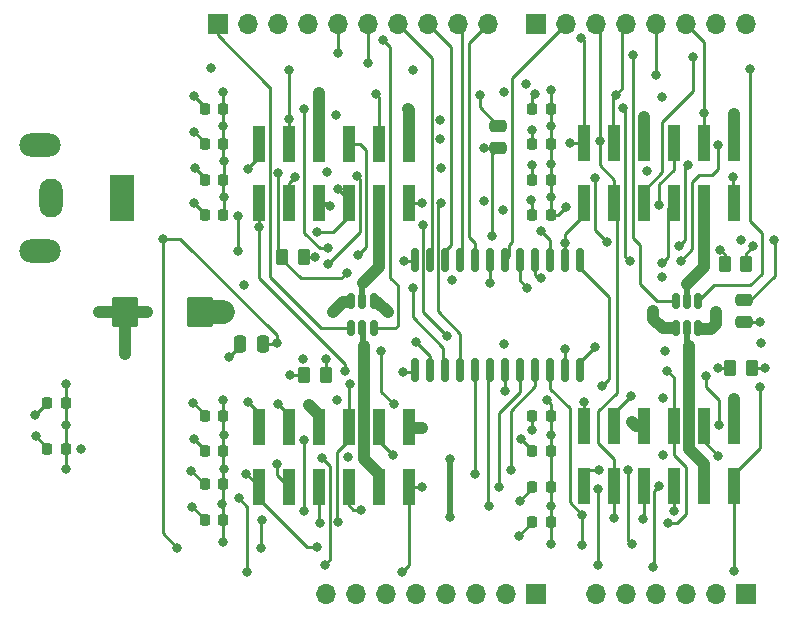
<source format=gbr>
%TF.GenerationSoftware,KiCad,Pcbnew,7.0.7*%
%TF.CreationDate,2024-06-03T14:36:37+02:00*%
%TF.ProjectId,control-board_v1,636f6e74-726f-46c2-9d62-6f6172645f76,rev?*%
%TF.SameCoordinates,Original*%
%TF.FileFunction,Copper,L1,Top*%
%TF.FilePolarity,Positive*%
%FSLAX46Y46*%
G04 Gerber Fmt 4.6, Leading zero omitted, Abs format (unit mm)*
G04 Created by KiCad (PCBNEW 7.0.7) date 2024-06-03 14:36:37*
%MOMM*%
%LPD*%
G01*
G04 APERTURE LIST*
G04 Aperture macros list*
%AMRoundRect*
0 Rectangle with rounded corners*
0 $1 Rounding radius*
0 $2 $3 $4 $5 $6 $7 $8 $9 X,Y pos of 4 corners*
0 Add a 4 corners polygon primitive as box body*
4,1,4,$2,$3,$4,$5,$6,$7,$8,$9,$2,$3,0*
0 Add four circle primitives for the rounded corners*
1,1,$1+$1,$2,$3*
1,1,$1+$1,$4,$5*
1,1,$1+$1,$6,$7*
1,1,$1+$1,$8,$9*
0 Add four rect primitives between the rounded corners*
20,1,$1+$1,$2,$3,$4,$5,0*
20,1,$1+$1,$4,$5,$6,$7,0*
20,1,$1+$1,$6,$7,$8,$9,0*
20,1,$1+$1,$8,$9,$2,$3,0*%
G04 Aperture macros list end*
%TA.AperFunction,SMDPad,CuDef*%
%ADD10RoundRect,0.218750X0.218750X0.256250X-0.218750X0.256250X-0.218750X-0.256250X0.218750X-0.256250X0*%
%TD*%
%TA.AperFunction,SMDPad,CuDef*%
%ADD11RoundRect,0.250000X0.262500X0.450000X-0.262500X0.450000X-0.262500X-0.450000X0.262500X-0.450000X0*%
%TD*%
%TA.AperFunction,SMDPad,CuDef*%
%ADD12RoundRect,0.250000X0.875000X1.025000X-0.875000X1.025000X-0.875000X-1.025000X0.875000X-1.025000X0*%
%TD*%
%TA.AperFunction,SMDPad,CuDef*%
%ADD13RoundRect,0.150000X-0.150000X0.512500X-0.150000X-0.512500X0.150000X-0.512500X0.150000X0.512500X0*%
%TD*%
%TA.AperFunction,SMDPad,CuDef*%
%ADD14R,1.000000X3.150000*%
%TD*%
%TA.AperFunction,SMDPad,CuDef*%
%ADD15RoundRect,0.250000X0.475000X-0.250000X0.475000X0.250000X-0.475000X0.250000X-0.475000X-0.250000X0*%
%TD*%
%TA.AperFunction,SMDPad,CuDef*%
%ADD16RoundRect,0.250000X0.250000X0.475000X-0.250000X0.475000X-0.250000X-0.475000X0.250000X-0.475000X0*%
%TD*%
%TA.AperFunction,SMDPad,CuDef*%
%ADD17RoundRect,0.150000X0.150000X-0.875000X0.150000X0.875000X-0.150000X0.875000X-0.150000X-0.875000X0*%
%TD*%
%TA.AperFunction,SMDPad,CuDef*%
%ADD18RoundRect,0.250000X-0.475000X0.250000X-0.475000X-0.250000X0.475000X-0.250000X0.475000X0.250000X0*%
%TD*%
%TA.AperFunction,ComponentPad*%
%ADD19R,2.000000X4.000000*%
%TD*%
%TA.AperFunction,ComponentPad*%
%ADD20O,2.000000X3.300000*%
%TD*%
%TA.AperFunction,ComponentPad*%
%ADD21O,3.500000X2.000000*%
%TD*%
%TA.AperFunction,SMDPad,CuDef*%
%ADD22RoundRect,0.250000X-0.262500X-0.450000X0.262500X-0.450000X0.262500X0.450000X-0.262500X0.450000X0*%
%TD*%
%TA.AperFunction,SMDPad,CuDef*%
%ADD23RoundRect,0.150000X0.150000X-0.512500X0.150000X0.512500X-0.150000X0.512500X-0.150000X-0.512500X0*%
%TD*%
%TA.AperFunction,ComponentPad*%
%ADD24R,1.700000X1.700000*%
%TD*%
%TA.AperFunction,ComponentPad*%
%ADD25O,1.700000X1.700000*%
%TD*%
%TA.AperFunction,ViaPad*%
%ADD26C,0.800000*%
%TD*%
%TA.AperFunction,Conductor*%
%ADD27C,0.250000*%
%TD*%
%TA.AperFunction,Conductor*%
%ADD28C,1.000000*%
%TD*%
%TA.AperFunction,Conductor*%
%ADD29C,2.000000*%
%TD*%
%TA.AperFunction,Conductor*%
%ADD30C,0.500000*%
%TD*%
G04 APERTURE END LIST*
D10*
%TO.P,D7,1,K*%
%TO.N,GND*%
X36117500Y-56780000D03*
%TO.P,D7,2,A*%
%TO.N,Net-(D7-A)*%
X34542500Y-56780000D03*
%TD*%
%TO.P,D2,1,K*%
%TO.N,GND*%
X36117500Y-31000000D03*
%TO.P,D2,2,A*%
%TO.N,Net-(D2-A)*%
X34542500Y-31000000D03*
%TD*%
D11*
%TO.P,R19,1*%
%TO.N,Net-(U4A--)*%
X42940000Y-37560000D03*
%TO.P,R19,2*%
%TO.N,GND*%
X41115000Y-37560000D03*
%TD*%
D10*
%TO.P,D3,1,K*%
%TO.N,GND*%
X36117500Y-25000000D03*
%TO.P,D3,2,A*%
%TO.N,Net-(D3-A)*%
X34542500Y-25000000D03*
%TD*%
%TO.P,D1,1,K*%
%TO.N,GND*%
X36117500Y-34000000D03*
%TO.P,D1,2,A*%
%TO.N,Net-(D1-A)*%
X34542500Y-34000000D03*
%TD*%
%TO.P,D6,1,K*%
%TO.N,GND*%
X36117500Y-54000000D03*
%TO.P,D6,2,A*%
%TO.N,Net-(D6-A)*%
X34542500Y-54000000D03*
%TD*%
%TO.P,D10,1,K*%
%TO.N,GND*%
X63837500Y-54000000D03*
%TO.P,D10,2,A*%
%TO.N,Net-(D10-A)*%
X62262500Y-54000000D03*
%TD*%
D11*
%TO.P,R21,1*%
%TO.N,Net-(U4B--)*%
X44772500Y-47560000D03*
%TO.P,R21,2*%
%TO.N,GND*%
X42947500Y-47560000D03*
%TD*%
D10*
%TO.P,D9,1,K*%
%TO.N,GND*%
X63837500Y-51000000D03*
%TO.P,D9,2,A*%
%TO.N,Net-(D9-A)*%
X62262500Y-51000000D03*
%TD*%
D12*
%TO.P,C1,1*%
%TO.N,+9V*%
X34170000Y-42210000D03*
%TO.P,C1,2*%
%TO.N,GND*%
X27770000Y-42210000D03*
%TD*%
D10*
%TO.P,D14,1,K*%
%TO.N,GND*%
X63837500Y-28000000D03*
%TO.P,D14,2,A*%
%TO.N,Net-(D14-A)*%
X62262500Y-28000000D03*
%TD*%
%TO.P,D16,1,K*%
%TO.N,GND*%
X63837500Y-34000000D03*
%TO.P,D16,2,A*%
%TO.N,Net-(D16-A)*%
X62262500Y-34000000D03*
%TD*%
D13*
%TO.P,Q10,1,G*%
%TO.N,H3-D18*%
X76310000Y-41302500D03*
%TO.P,Q10,2,S*%
%TO.N,4-Heater*%
X75360000Y-41302500D03*
%TO.P,Q10,3,G*%
%TO.N,H4-D19*%
X74410000Y-41302500D03*
%TO.P,Q10,4,D*%
%TO.N,+9V*%
X74410000Y-43577500D03*
%TO.P,Q10,5,S*%
%TO.N,3-Heater*%
X75360000Y-43577500D03*
%TO.P,Q10,6,D*%
%TO.N,+9V*%
X76310000Y-43577500D03*
%TD*%
D14*
%TO.P,J2,1,Pin_1*%
%TO.N,2-CS*%
X39130000Y-56990000D03*
%TO.P,J2,2,Pin_2*%
%TO.N,DIN*%
X39130000Y-51940000D03*
%TO.P,J2,3,Pin_3*%
%TO.N,~{RDY}*%
X41670000Y-56990000D03*
%TO.P,J2,4,Pin_4*%
%TO.N,~{RST}*%
X41670000Y-51940000D03*
%TO.P,J2,5,Pin_5*%
%TO.N,DOUT*%
X44210000Y-56990000D03*
%TO.P,J2,6,Pin_6*%
%TO.N,+3V3*%
X44210000Y-51940000D03*
%TO.P,J2,7,Pin_7*%
%TO.N,2-CS_T1*%
X46750000Y-56990000D03*
%TO.P,J2,8,Pin_8*%
%TO.N,2-CS_T2*%
X46750000Y-51940000D03*
%TO.P,J2,9,Pin_9*%
%TO.N,2-Heater*%
X49290000Y-56990000D03*
%TO.P,J2,10,Pin_10*%
%TO.N,CLK*%
X49290000Y-51940000D03*
%TO.P,J2,11,Pin_11*%
%TO.N,2-CS_T3*%
X51830000Y-56990000D03*
%TO.P,J2,12,Pin_12*%
%TO.N,2-GND*%
X51830000Y-51940000D03*
%TD*%
D10*
%TO.P,D15,1,K*%
%TO.N,GND*%
X63837500Y-31000000D03*
%TO.P,D15,2,A*%
%TO.N,Net-(D15-A)*%
X62262500Y-31000000D03*
%TD*%
D15*
%TO.P,C5,1*%
%TO.N,+5V*%
X59380000Y-28310000D03*
%TO.P,C5,2*%
%TO.N,GND*%
X59380000Y-26410000D03*
%TD*%
D16*
%TO.P,C7,1*%
%TO.N,+5V*%
X39470000Y-44870000D03*
%TO.P,C7,2*%
%TO.N,GND*%
X37570000Y-44870000D03*
%TD*%
D10*
%TO.P,D5,1,K*%
%TO.N,GND*%
X36117500Y-51000000D03*
%TO.P,D5,2,A*%
%TO.N,Net-(D5-A)*%
X34542500Y-51000000D03*
%TD*%
%TO.P,D12,1,K*%
%TO.N,GND*%
X63837500Y-60000000D03*
%TO.P,D12,2,A*%
%TO.N,Net-(D12-A)*%
X62262500Y-60000000D03*
%TD*%
D14*
%TO.P,J5,1,Pin_1*%
%TO.N,4-CS*%
X66630000Y-32940000D03*
%TO.P,J5,2,Pin_2*%
%TO.N,DIN*%
X66630000Y-27890000D03*
%TO.P,J5,3,Pin_3*%
%TO.N,~{RDY}*%
X69170000Y-32940000D03*
%TO.P,J5,4,Pin_4*%
%TO.N,~{RST}*%
X69170000Y-27890000D03*
%TO.P,J5,5,Pin_5*%
%TO.N,DOUT*%
X71710000Y-32940000D03*
%TO.P,J5,6,Pin_6*%
%TO.N,+3V3*%
X71710000Y-27890000D03*
%TO.P,J5,7,Pin_7*%
%TO.N,4-CS_T1*%
X74250000Y-32940000D03*
%TO.P,J5,8,Pin_8*%
%TO.N,4-CS_T2*%
X74250000Y-27890000D03*
%TO.P,J5,9,Pin_9*%
%TO.N,4-Heater*%
X76790000Y-32940000D03*
%TO.P,J5,10,Pin_10*%
%TO.N,CLK*%
X76790000Y-27890000D03*
%TO.P,J5,11,Pin_11*%
%TO.N,4-CS_T3*%
X79330000Y-32940000D03*
%TO.P,J5,12,Pin_12*%
%TO.N,4-GND*%
X79330000Y-27890000D03*
%TD*%
D10*
%TO.P,D11,1,K*%
%TO.N,GND*%
X63837500Y-57000000D03*
%TO.P,D11,2,A*%
%TO.N,Net-(D11-A)*%
X62262500Y-57000000D03*
%TD*%
%TO.P,D18,1,K*%
%TO.N,GND*%
X22780000Y-49891250D03*
%TO.P,D18,2,A*%
%TO.N,Net-(D18-A)*%
X21205000Y-49891250D03*
%TD*%
D17*
%TO.P,U1,1,~{Y0}*%
%TO.N,1-CS*%
X52360000Y-47090000D03*
%TO.P,U1,2,~{Y1}*%
%TO.N,1-CS_T1*%
X53630000Y-47090000D03*
%TO.P,U1,3,~{Y2}*%
%TO.N,1-CS_T2*%
X54900000Y-47090000D03*
%TO.P,U1,4,~{Y3}*%
%TO.N,1-CS_T3*%
X56170000Y-47090000D03*
%TO.P,U1,5,~{Y4}*%
%TO.N,2-CS*%
X57440000Y-47090000D03*
%TO.P,U1,6,~{Y5}*%
%TO.N,2-CS_T1*%
X58710000Y-47090000D03*
%TO.P,U1,7,~{Y6}*%
%TO.N,2-CS_T2*%
X59980000Y-47090000D03*
%TO.P,U1,8,~{Y7}*%
%TO.N,2-CS_T3*%
X61250000Y-47090000D03*
%TO.P,U1,9,~{Y8}*%
%TO.N,3-CS*%
X62520000Y-47090000D03*
%TO.P,U1,10,~{Y9}*%
%TO.N,3-CS_T1*%
X63790000Y-47090000D03*
%TO.P,U1,11,~{Y10}*%
%TO.N,3-CS_T2*%
X65060000Y-47090000D03*
%TO.P,U1,12,GND*%
%TO.N,GND*%
X66330000Y-47090000D03*
%TO.P,U1,13,~{Y11}*%
%TO.N,3-CS_T3*%
X66330000Y-37790000D03*
%TO.P,U1,14,~{Y12}*%
%TO.N,4-CS*%
X65060000Y-37790000D03*
%TO.P,U1,15,~{Y13}*%
%TO.N,4-CS_T1*%
X63790000Y-37790000D03*
%TO.P,U1,16,~{Y14}*%
%TO.N,4-CS_T2*%
X62520000Y-37790000D03*
%TO.P,U1,17,~{Y15}*%
%TO.N,4-CS_T3*%
X61250000Y-37790000D03*
%TO.P,U1,18,~{E1}*%
%TO.N,~{ENABLE}*%
X59980000Y-37790000D03*
%TO.P,U1,19,~{E2}*%
%TO.N,GND*%
X58710000Y-37790000D03*
%TO.P,U1,20,A3*%
%TO.N,S-D8*%
X57440000Y-37790000D03*
%TO.P,U1,21,A2*%
%TO.N,S-D9*%
X56170000Y-37790000D03*
%TO.P,U1,22,A1*%
%TO.N,S-D10*%
X54900000Y-37790000D03*
%TO.P,U1,23,A0*%
%TO.N,S-D11*%
X53630000Y-37790000D03*
%TO.P,U1,24,Vcc*%
%TO.N,+3V3*%
X52360000Y-37790000D03*
%TD*%
D18*
%TO.P,C3,1*%
%TO.N,+5V*%
X80200000Y-41170000D03*
%TO.P,C3,2*%
%TO.N,GND*%
X80200000Y-43070000D03*
%TD*%
D19*
%TO.P,J1,1*%
%TO.N,/9V_IN*%
X27570000Y-32560000D03*
D20*
%TO.P,J1,2*%
%TO.N,GND*%
X21570000Y-32560000D03*
D21*
%TO.P,J1,MP*%
%TO.N,N/C*%
X20570000Y-28060000D03*
X20570000Y-37060000D03*
%TD*%
D14*
%TO.P,J3,1,Pin_1*%
%TO.N,1-CS*%
X39130000Y-32990000D03*
%TO.P,J3,2,Pin_2*%
%TO.N,DIN*%
X39130000Y-27940000D03*
%TO.P,J3,3,Pin_3*%
%TO.N,~{RDY}*%
X41670000Y-32990000D03*
%TO.P,J3,4,Pin_4*%
%TO.N,~{RST}*%
X41670000Y-27940000D03*
%TO.P,J3,5,Pin_5*%
%TO.N,DOUT*%
X44210000Y-32990000D03*
%TO.P,J3,6,Pin_6*%
%TO.N,+3V3*%
X44210000Y-27940000D03*
%TO.P,J3,7,Pin_7*%
%TO.N,1-CS_T1*%
X46750000Y-32990000D03*
%TO.P,J3,8,Pin_8*%
%TO.N,1-CS_T2*%
X46750000Y-27940000D03*
%TO.P,J3,9,Pin_9*%
%TO.N,1-Heater*%
X49290000Y-32990000D03*
%TO.P,J3,10,Pin_10*%
%TO.N,CLK*%
X49290000Y-27940000D03*
%TO.P,J3,11,Pin_11*%
%TO.N,1-CS_T3*%
X51830000Y-32990000D03*
%TO.P,J3,12,Pin_12*%
%TO.N,1-GND*%
X51830000Y-27940000D03*
%TD*%
D22*
%TO.P,R25,1*%
%TO.N,Net-(U6B--)*%
X78557500Y-38120000D03*
%TO.P,R25,2*%
%TO.N,GND*%
X80382500Y-38120000D03*
%TD*%
D10*
%TO.P,D4,1,K*%
%TO.N,GND*%
X36117500Y-28000000D03*
%TO.P,D4,2,A*%
%TO.N,Net-(D4-A)*%
X34542500Y-28000000D03*
%TD*%
%TO.P,D13,1,K*%
%TO.N,GND*%
X63837500Y-25000000D03*
%TO.P,D13,2,A*%
%TO.N,Net-(D13-A)*%
X62262500Y-25000000D03*
%TD*%
D22*
%TO.P,R26,1*%
%TO.N,Net-(U6A--)*%
X79027500Y-46920000D03*
%TO.P,R26,2*%
%TO.N,GND*%
X80852500Y-46920000D03*
%TD*%
D10*
%TO.P,D17,1,K*%
%TO.N,GND*%
X22780000Y-53831250D03*
%TO.P,D17,2,A*%
%TO.N,Net-(D17-A)*%
X21205000Y-53831250D03*
%TD*%
D14*
%TO.P,J4,1,Pin_1*%
%TO.N,3-CS*%
X66630000Y-56940000D03*
%TO.P,J4,2,Pin_2*%
%TO.N,DIN*%
X66630000Y-51890000D03*
%TO.P,J4,3,Pin_3*%
%TO.N,~{RDY}*%
X69170000Y-56940000D03*
%TO.P,J4,4,Pin_4*%
%TO.N,~{RST}*%
X69170000Y-51890000D03*
%TO.P,J4,5,Pin_5*%
%TO.N,DOUT*%
X71710000Y-56940000D03*
%TO.P,J4,6,Pin_6*%
%TO.N,+3V3*%
X71710000Y-51890000D03*
%TO.P,J4,7,Pin_7*%
%TO.N,3-CS_T1*%
X74250000Y-56940000D03*
%TO.P,J4,8,Pin_8*%
%TO.N,3-CS_T2*%
X74250000Y-51890000D03*
%TO.P,J4,9,Pin_9*%
%TO.N,3-Heater*%
X76790000Y-56940000D03*
%TO.P,J4,10,Pin_10*%
%TO.N,CLK*%
X76790000Y-51890000D03*
%TO.P,J4,11,Pin_11*%
%TO.N,3-CS_T3*%
X79330000Y-56940000D03*
%TO.P,J4,12,Pin_12*%
%TO.N,3-GND*%
X79330000Y-51890000D03*
%TD*%
D10*
%TO.P,D8,1,K*%
%TO.N,GND*%
X36117500Y-59780000D03*
%TO.P,D8,2,A*%
%TO.N,Net-(D8-A)*%
X34542500Y-59780000D03*
%TD*%
D23*
%TO.P,Q9,1,G*%
%TO.N,H1-D12*%
X46940000Y-43577500D03*
%TO.P,Q9,2,S*%
%TO.N,2-Heater*%
X47890000Y-43577500D03*
%TO.P,Q9,3,G*%
%TO.N,H2-D13*%
X48840000Y-43577500D03*
%TO.P,Q9,4,D*%
%TO.N,+9V*%
X48840000Y-41302500D03*
%TO.P,Q9,5,S*%
%TO.N,1-Heater*%
X47890000Y-41302500D03*
%TO.P,Q9,6,D*%
%TO.N,+9V*%
X46940000Y-41302500D03*
%TD*%
D24*
%TO.P,J8,1,Pin_1*%
%TO.N,H1-D12*%
X35650000Y-17840000D03*
D25*
%TO.P,J8,2,Pin_2*%
%TO.N,H2-D13*%
X38190000Y-17840000D03*
%TO.P,J8,3,Pin_3*%
%TO.N,AREF*%
X40730000Y-17840000D03*
%TO.P,J8,4,Pin_4*%
%TO.N,GND*%
X43270000Y-17840000D03*
%TO.P,J8,5,Pin_5*%
%TO.N,H4-D19*%
X45810000Y-17840000D03*
%TO.P,J8,6,Pin_6*%
%TO.N,H3-D18*%
X48350000Y-17840000D03*
%TO.P,J8,7,Pin_7*%
%TO.N,S-D11*%
X50890000Y-17840000D03*
%TO.P,J8,8,Pin_8*%
%TO.N,S-D10*%
X53430000Y-17840000D03*
%TO.P,J8,9,Pin_9*%
%TO.N,S-D9*%
X55970000Y-17840000D03*
%TO.P,J8,10,Pin_10*%
%TO.N,S-D8*%
X58510000Y-17840000D03*
%TD*%
D24*
%TO.P,J7,1,Pin_1*%
%TO.N,A5*%
X80350000Y-66090000D03*
D25*
%TO.P,J7,2,Pin_2*%
%TO.N,A4*%
X77810000Y-66090000D03*
%TO.P,J7,3,Pin_3*%
%TO.N,A3*%
X75270000Y-66090000D03*
%TO.P,J7,4,Pin_4*%
%TO.N,A2*%
X72730000Y-66090000D03*
%TO.P,J7,5,Pin_5*%
%TO.N,A1*%
X70190000Y-66090000D03*
%TO.P,J7,6,Pin_6*%
%TO.N,A0*%
X67650000Y-66090000D03*
%TD*%
D24*
%TO.P,J6,1,Pin_1*%
%TO.N,Vin*%
X62570000Y-66090000D03*
D25*
%TO.P,J6,2,Pin_2*%
%TO.N,GND*%
X60030000Y-66090000D03*
%TO.P,J6,3,Pin_3*%
X57490000Y-66090000D03*
%TO.P,J6,4,Pin_4*%
%TO.N,+5V*%
X54950000Y-66090000D03*
%TO.P,J6,5,Pin_5*%
%TO.N,+3V3*%
X52410000Y-66090000D03*
%TO.P,J6,6,Pin_6*%
%TO.N,Reset*%
X49870000Y-66090000D03*
%TO.P,J6,7,Pin_7*%
%TO.N,IOREF*%
X47330000Y-66090000D03*
%TO.P,J6,8,Pin_8*%
%TO.N,unconnected-(J6-Pin_8-Pad8)*%
X44790000Y-66090000D03*
%TD*%
D24*
%TO.P,J9,1,Pin_1*%
%TO.N,D7*%
X62570000Y-17840000D03*
D25*
%TO.P,J9,2,Pin_2*%
%TO.N,~{ENABLE}*%
X65110000Y-17840000D03*
%TO.P,J9,3,Pin_3*%
%TO.N,~{RDY}*%
X67650000Y-17840000D03*
%TO.P,J9,4,Pin_4*%
%TO.N,~{RST}*%
X70190000Y-17840000D03*
%TO.P,J9,5,Pin_5*%
%TO.N,CS*%
X72730000Y-17840000D03*
%TO.P,J9,6,Pin_6*%
%TO.N,CLK*%
X75270000Y-17840000D03*
%TO.P,J9,7,Pin_7*%
%TO.N,DIN*%
X77810000Y-17840000D03*
%TO.P,J9,8,Pin_8*%
%TO.N,DOUT*%
X80350000Y-17840000D03*
%TD*%
D26*
%TO.N,+9V*%
X45400000Y-42180000D03*
X36070000Y-42170000D03*
X50020000Y-42180000D03*
X77860000Y-42200000D03*
X72540000Y-42140000D03*
%TO.N,GND*%
X57840000Y-23800000D03*
X73330000Y-54320000D03*
X36120000Y-23590000D03*
X81550000Y-43080000D03*
X36160000Y-52620000D03*
X22762500Y-55471250D03*
X73480000Y-45470000D03*
X36130000Y-61660000D03*
X45760000Y-49620000D03*
X36140000Y-29430000D03*
X67590000Y-45190000D03*
X22782500Y-48301250D03*
X36140000Y-55460000D03*
X46650000Y-54510000D03*
X63830000Y-58650000D03*
X73270000Y-24010000D03*
X63840000Y-26430000D03*
X45620000Y-25530000D03*
X40760000Y-30460000D03*
X63840000Y-29690000D03*
X63840000Y-52580000D03*
X36020000Y-58430000D03*
X41730000Y-47550000D03*
X63850000Y-61830000D03*
X58670000Y-39760000D03*
X27780000Y-45750000D03*
X65140000Y-33330000D03*
X63500000Y-49640000D03*
X63870000Y-32450000D03*
X55500000Y-39490000D03*
X44900000Y-30340000D03*
X36120000Y-26450000D03*
X29620000Y-42220000D03*
X46580000Y-38860000D03*
X36170000Y-32460000D03*
X25600000Y-42210000D03*
X63840000Y-23420000D03*
X73320000Y-49520000D03*
X55280000Y-59580000D03*
X22792500Y-51781250D03*
X55320000Y-54620000D03*
X80995500Y-36640000D03*
X36120000Y-49610000D03*
X36630000Y-45980000D03*
X72010000Y-30280000D03*
X82000000Y-46920000D03*
%TO.N,+5V*%
X31000000Y-35990000D03*
X32210000Y-62150000D03*
X58164500Y-28310000D03*
X40650000Y-44840000D03*
X58900000Y-35750000D03*
X82750000Y-36090000D03*
%TO.N,Net-(D1-A)*%
X33610000Y-32990000D03*
%TO.N,Net-(D2-A)*%
X33700000Y-29980000D03*
%TO.N,Net-(D3-A)*%
X33620000Y-23920000D03*
%TO.N,Net-(D4-A)*%
X33620000Y-26920000D03*
%TO.N,Net-(D5-A)*%
X33540000Y-49870000D03*
%TO.N,Net-(D6-A)*%
X33610000Y-52930000D03*
%TO.N,Net-(D7-A)*%
X33420000Y-55640000D03*
%TO.N,Net-(D8-A)*%
X33490000Y-58710000D03*
%TO.N,Net-(D9-A)*%
X62290000Y-52210000D03*
%TO.N,H2-D13*%
X49630000Y-19140000D03*
%TO.N,Net-(D10-A)*%
X61340000Y-52980000D03*
%TO.N,H3-D18*%
X48350000Y-21120000D03*
X80690000Y-21630000D03*
%TO.N,Net-(D11-A)*%
X61210000Y-58160000D03*
%TO.N,H4-D19*%
X70790000Y-20440000D03*
X45810000Y-20270000D03*
%TO.N,Net-(D12-A)*%
X61120000Y-61130000D03*
%TO.N,CS*%
X72730000Y-22140000D03*
%TO.N,Net-(D13-A)*%
X62530000Y-23770000D03*
%TO.N,Net-(D14-A)*%
X62250000Y-26820000D03*
%TO.N,Net-(D15-A)*%
X62270000Y-29780000D03*
%TO.N,Net-(Q1A-D)*%
X37400000Y-34060000D03*
X37390000Y-37070000D03*
%TO.N,Net-(D16-A)*%
X62190000Y-32750000D03*
%TO.N,Net-(D17-A)*%
X20222500Y-52701250D03*
%TO.N,Net-(D18-A)*%
X20162500Y-50921250D03*
%TO.N,2-CS*%
X38040000Y-55950000D03*
X44030000Y-62070000D03*
X57420000Y-55940000D03*
%TO.N,DIN*%
X65510000Y-27900000D03*
X66400000Y-18960000D03*
X38220000Y-49820000D03*
X54474500Y-27590000D03*
X66620000Y-49840000D03*
X38170000Y-30060000D03*
%TO.N,~{RDY}*%
X69190000Y-59620000D03*
X42180000Y-30770000D03*
X40700000Y-55100000D03*
X67970000Y-27750000D03*
%TO.N,~{RST}*%
X41660000Y-21720000D03*
X69330000Y-23790000D03*
X41670000Y-25860000D03*
X70620000Y-49320000D03*
X40730000Y-49990000D03*
%TO.N,DOUT*%
X44270000Y-60030000D03*
X54540000Y-30010000D03*
X75870000Y-20580000D03*
X54474500Y-25980000D03*
X45150000Y-33250000D03*
X71690000Y-59730000D03*
%TO.N,+3V3*%
X51440000Y-37870000D03*
X70710000Y-51520000D03*
X43350000Y-50050000D03*
X44210000Y-23650000D03*
X71710000Y-25650000D03*
X24092500Y-53821250D03*
%TO.N,2-CS_T1*%
X39400000Y-59820000D03*
X58600000Y-58650000D03*
X47790000Y-58920000D03*
X39300000Y-62170000D03*
%TO.N,2-CS_T2*%
X46820000Y-48280000D03*
X45870000Y-59990000D03*
X59970000Y-48850000D03*
%TO.N,CLK*%
X52140000Y-21704500D03*
X49020000Y-23770000D03*
X78030000Y-54360000D03*
X76790000Y-25380000D03*
X50510000Y-54310000D03*
%TO.N,2-CS_T3*%
X51240000Y-64170000D03*
X52920000Y-56990000D03*
X59480000Y-56990000D03*
%TO.N,1-CS*%
X39140000Y-35040000D03*
X51300000Y-47260000D03*
X46420000Y-47220000D03*
%TO.N,1-CS_T1*%
X55080000Y-44250000D03*
X52460000Y-44750000D03*
X53005000Y-34815500D03*
X44060000Y-35430000D03*
X45797299Y-31792701D03*
%TO.N,1-CS_T2*%
X47530000Y-37390000D03*
X52150000Y-40160000D03*
%TO.N,1-CS_T3*%
X54520000Y-32970000D03*
X52905500Y-32980000D03*
%TO.N,3-CS*%
X70420000Y-55550000D03*
X67890000Y-55590000D03*
X60440000Y-55570000D03*
X70700000Y-61880000D03*
%TO.N,3-CS_T1*%
X66470000Y-61960000D03*
X66490000Y-59370000D03*
X74250000Y-59020000D03*
%TO.N,3-CS_T2*%
X65050000Y-45350000D03*
X73680000Y-47170000D03*
X73800000Y-60090000D03*
%TO.N,3-CS_T3*%
X79330000Y-64150000D03*
X81520000Y-48550000D03*
X68210000Y-48440000D03*
%TO.N,4-CS*%
X65060000Y-36330000D03*
%TO.N,4-CS_T1*%
X73240000Y-38060000D03*
X63030000Y-35370000D03*
%TO.N,4-CS_T2*%
X73250000Y-39210000D03*
X63010000Y-39300000D03*
X73000000Y-33100000D03*
%TO.N,4-CS_T3*%
X61870000Y-40140000D03*
X75420000Y-29780000D03*
X79310000Y-30790000D03*
X74740000Y-36570000D03*
%TO.N,Net-(Q2B-D)*%
X42930000Y-25010000D03*
X44950000Y-36820000D03*
%TO.N,Net-(Q3B-D)*%
X42920000Y-59080000D03*
X42920000Y-53040000D03*
%TO.N,Net-(Q3A-D)*%
X44440000Y-54550000D03*
X44690000Y-63600000D03*
%TO.N,Net-(Q4B-D)*%
X37410000Y-57950000D03*
X38140000Y-64220000D03*
%TO.N,Net-(Q5A-D)*%
X72970000Y-56960000D03*
X72460000Y-63780000D03*
%TO.N,Net-(Q6B-D)*%
X67880000Y-57180000D03*
X67880000Y-63580000D03*
%TO.N,Net-(Q7A-D)*%
X69970000Y-24960000D03*
X70550000Y-37920000D03*
%TO.N,Net-(Q8B-D)*%
X67600000Y-30870000D03*
X68600000Y-36255500D03*
%TO.N,Net-(U4A--)*%
X43890000Y-37500000D03*
%TO.N,/current-sensing/V_{h1}*%
X59865500Y-23560000D03*
X35090000Y-21510000D03*
X37880000Y-39910000D03*
%TO.N,Net-(U4B--)*%
X44790000Y-46190000D03*
%TO.N,/current-sensing/V_{h2}*%
X42870000Y-46160000D03*
X61720000Y-22920000D03*
X59900000Y-44870000D03*
%TO.N,Net-(U6B--)*%
X78180000Y-36924500D03*
%TO.N,Net-(U6A--)*%
X77990000Y-46940000D03*
%TO.N,/current-sensing/V_{h4}*%
X59790000Y-33560000D03*
X79980000Y-36080000D03*
%TO.N,/current-sensing/V_{h3}*%
X81640000Y-44780000D03*
X58164500Y-32780000D03*
%TO.N,2-GND*%
X49500000Y-45510000D03*
X50530000Y-50010000D03*
X52980000Y-52000000D03*
%TO.N,1-GND*%
X51780000Y-25020000D03*
X47430000Y-30720000D03*
X45000000Y-38120000D03*
%TO.N,3-GND*%
X79330000Y-49530000D03*
X78060000Y-51800000D03*
X76950000Y-47640000D03*
%TO.N,4-GND*%
X79320000Y-25400000D03*
X74840000Y-37840000D03*
X77980000Y-28060000D03*
%TD*%
D27*
%TO.N,~{RDY}*%
X67970000Y-18160000D02*
X67970000Y-29780000D01*
X67970000Y-29780000D02*
X69170000Y-30980000D01*
X69170000Y-30980000D02*
X69170000Y-32940000D01*
%TO.N,~{RST}*%
X69330000Y-23790000D02*
X69150000Y-23970000D01*
X69150000Y-27870000D02*
X69170000Y-27890000D01*
X69150000Y-23970000D02*
X69150000Y-27870000D01*
X69890000Y-23230000D02*
X69890000Y-18140000D01*
X69330000Y-23790000D02*
X69890000Y-23230000D01*
X69890000Y-18140000D02*
X70190000Y-17840000D01*
D28*
%TO.N,+9V*%
X45400000Y-42180000D02*
X46220000Y-41360000D01*
D29*
X36030000Y-42210000D02*
X34170000Y-42210000D01*
D28*
X74070000Y-43577500D02*
X73307500Y-43577500D01*
D29*
X36070000Y-42170000D02*
X36030000Y-42210000D01*
D28*
X46220000Y-41360000D02*
X46600000Y-41360000D01*
X50020000Y-42180000D02*
X49150000Y-41310000D01*
X77850000Y-42210000D02*
X77860000Y-42200000D01*
X76620000Y-43640000D02*
X77420000Y-43640000D01*
X73307500Y-43577500D02*
X72540000Y-42810000D01*
X72540000Y-42810000D02*
X72540000Y-42140000D01*
X77420000Y-43640000D02*
X77850000Y-43210000D01*
X77850000Y-43210000D02*
X77850000Y-42210000D01*
D27*
%TO.N,GND*%
X22780000Y-49891250D02*
X22780000Y-48303750D01*
X36117500Y-51000000D02*
X36117500Y-49612500D01*
X36117500Y-59780000D02*
X36117500Y-58527500D01*
X36117500Y-55482500D02*
X36140000Y-55460000D01*
X63837500Y-29687500D02*
X63840000Y-29690000D01*
X63837500Y-51000000D02*
X63837500Y-49977500D01*
X36117500Y-56780000D02*
X36117500Y-55482500D01*
X63837500Y-57000000D02*
X63837500Y-54000000D01*
X36140000Y-29430000D02*
X36140000Y-30977500D01*
X36140000Y-30977500D02*
X36117500Y-31000000D01*
X63837500Y-61817500D02*
X63850000Y-61830000D01*
X63837500Y-31000000D02*
X63837500Y-29692500D01*
X63837500Y-28000000D02*
X63837500Y-26432500D01*
X63837500Y-34000000D02*
X64470000Y-34000000D01*
X36117500Y-51000000D02*
X36117500Y-52577500D01*
D28*
X29610000Y-42210000D02*
X29620000Y-42220000D01*
D27*
X36170000Y-32460000D02*
X36170000Y-33947500D01*
X80382500Y-37253000D02*
X80995500Y-36640000D01*
X36117500Y-25000000D02*
X36117500Y-23592500D01*
D28*
X27770000Y-42210000D02*
X29610000Y-42210000D01*
D27*
X81540000Y-43070000D02*
X81550000Y-43080000D01*
X41115000Y-37560000D02*
X41115000Y-37775000D01*
X63837500Y-51000000D02*
X63837500Y-52577500D01*
X42690000Y-39350000D02*
X46090000Y-39350000D01*
X36117500Y-31000000D02*
X36117500Y-32407500D01*
X36117500Y-56780000D02*
X36117500Y-58332500D01*
D28*
X25600000Y-42210000D02*
X27770000Y-42210000D01*
D27*
X36117500Y-25000000D02*
X36117500Y-26447500D01*
X37570000Y-45040000D02*
X36630000Y-45980000D01*
X22792500Y-51781250D02*
X22780000Y-51793750D01*
X63837500Y-29692500D02*
X63840000Y-29690000D01*
X36117500Y-54000000D02*
X36117500Y-52662500D01*
X36117500Y-28000000D02*
X36117500Y-26452500D01*
X36117500Y-54000000D02*
X36117500Y-55437500D01*
X36117500Y-55437500D02*
X36140000Y-55460000D01*
X41115000Y-37560000D02*
X40710000Y-37155000D01*
X36170000Y-33947500D02*
X36117500Y-34000000D01*
X22780000Y-51793750D02*
X22780000Y-53831250D01*
X36117500Y-29407500D02*
X36140000Y-29430000D01*
X63837500Y-26432500D02*
X63840000Y-26430000D01*
X46090000Y-39350000D02*
X46580000Y-38860000D01*
X63837500Y-58657500D02*
X63830000Y-58650000D01*
X63837500Y-49977500D02*
X63500000Y-49640000D01*
D30*
X55320000Y-54620000D02*
X55320000Y-59540000D01*
D27*
X36117500Y-26447500D02*
X36120000Y-26450000D01*
X63837500Y-60000000D02*
X63837500Y-61817500D01*
X36117500Y-49612500D02*
X36120000Y-49610000D01*
X41740000Y-47560000D02*
X42947500Y-47560000D01*
X41730000Y-47550000D02*
X41740000Y-47560000D01*
X64470000Y-34000000D02*
X65140000Y-33330000D01*
X58710000Y-37790000D02*
X58710000Y-39720000D01*
X41115000Y-37775000D02*
X42690000Y-39350000D01*
X22780000Y-48303750D02*
X22782500Y-48301250D01*
X57840000Y-24870000D02*
X59380000Y-26410000D01*
X63837500Y-31000000D02*
X63837500Y-32417500D01*
X63837500Y-52577500D02*
X63840000Y-52580000D01*
X36117500Y-52577500D02*
X36160000Y-52620000D01*
D28*
X27770000Y-45740000D02*
X27780000Y-45750000D01*
D27*
X36117500Y-28000000D02*
X36117500Y-29407500D01*
X63837500Y-25000000D02*
X63837500Y-23422500D01*
X63837500Y-23422500D02*
X63840000Y-23420000D01*
X80382500Y-38120000D02*
X80382500Y-37253000D01*
X40710000Y-30510000D02*
X40760000Y-30460000D01*
X63837500Y-34000000D02*
X63837500Y-32482500D01*
D28*
X27770000Y-42210000D02*
X27770000Y-45740000D01*
D27*
X63837500Y-32482500D02*
X63870000Y-32450000D01*
X36117500Y-59780000D02*
X36117500Y-61647500D01*
X36117500Y-26452500D02*
X36120000Y-26450000D01*
X63837500Y-28000000D02*
X63837500Y-29687500D01*
X36117500Y-32407500D02*
X36170000Y-32460000D01*
X58710000Y-39720000D02*
X58670000Y-39760000D01*
X22780000Y-51768750D02*
X22792500Y-51781250D01*
X37570000Y-44870000D02*
X37570000Y-45040000D01*
X22780000Y-49891250D02*
X22780000Y-51768750D01*
X63837500Y-26427500D02*
X63840000Y-26430000D01*
X36117500Y-58332500D02*
X36020000Y-58430000D01*
X36117500Y-52662500D02*
X36160000Y-52620000D01*
X66330000Y-47090000D02*
X66330000Y-46450000D01*
X63837500Y-60000000D02*
X63837500Y-58657500D01*
X22780000Y-55453750D02*
X22762500Y-55471250D01*
X63837500Y-32417500D02*
X63870000Y-32450000D01*
X40710000Y-37155000D02*
X40710000Y-30510000D01*
X63837500Y-58642500D02*
X63830000Y-58650000D01*
X63837500Y-54000000D02*
X63837500Y-52582500D01*
X57840000Y-23800000D02*
X57840000Y-24870000D01*
X36117500Y-58527500D02*
X36020000Y-58430000D01*
X36117500Y-61647500D02*
X36130000Y-61660000D01*
D30*
X55320000Y-59540000D02*
X55280000Y-59580000D01*
D27*
X63837500Y-52582500D02*
X63840000Y-52580000D01*
X80200000Y-43070000D02*
X81540000Y-43070000D01*
X66330000Y-46450000D02*
X67590000Y-45190000D01*
X36117500Y-23592500D02*
X36120000Y-23590000D01*
X63837500Y-25000000D02*
X63837500Y-26427500D01*
X22780000Y-53831250D02*
X22780000Y-55453750D01*
X63837500Y-57000000D02*
X63837500Y-58642500D01*
X80852500Y-46920000D02*
X82000000Y-46920000D01*
%TO.N,+5V*%
X58900000Y-35750000D02*
X58900000Y-28790000D01*
X40620000Y-44870000D02*
X40650000Y-44840000D01*
X39470000Y-44870000D02*
X40620000Y-44870000D01*
X82790000Y-36130000D02*
X82790000Y-39120000D01*
X40650000Y-44160000D02*
X32480000Y-35990000D01*
X82750000Y-36090000D02*
X82790000Y-36130000D01*
X32210000Y-62150000D02*
X30970000Y-60910000D01*
X30970000Y-60910000D02*
X30970000Y-36020000D01*
X80740000Y-41170000D02*
X80200000Y-41170000D01*
X82790000Y-39120000D02*
X80740000Y-41170000D01*
X32480000Y-35990000D02*
X31000000Y-35990000D01*
X30970000Y-36020000D02*
X31000000Y-35990000D01*
X40650000Y-44840000D02*
X40650000Y-44160000D01*
X58164500Y-28310000D02*
X59380000Y-28310000D01*
X58900000Y-28790000D02*
X59380000Y-28310000D01*
%TO.N,2-Heater*%
X47890000Y-43577500D02*
X47950000Y-43637500D01*
D28*
X49290000Y-55900000D02*
X49290000Y-56990000D01*
X48040000Y-54650000D02*
X49290000Y-55900000D01*
D30*
X47950000Y-43637500D02*
X47950000Y-45010000D01*
D28*
X48040000Y-45100000D02*
X48040000Y-54650000D01*
D27*
%TO.N,Net-(D1-A)*%
X34542500Y-34000000D02*
X34542500Y-33922500D01*
X34542500Y-33922500D02*
X33610000Y-32990000D01*
D30*
%TO.N,1-Heater*%
X47890000Y-41302500D02*
X47890000Y-39750000D01*
D28*
X47930000Y-39710000D02*
X49290000Y-38350000D01*
D27*
X47890000Y-39750000D02*
X47930000Y-39710000D01*
D28*
X49290000Y-38350000D02*
X49290000Y-32990000D01*
D27*
%TO.N,Net-(D2-A)*%
X34542500Y-30822500D02*
X33700000Y-29980000D01*
X34542500Y-31000000D02*
X34542500Y-30822500D01*
D30*
%TO.N,3-Heater*%
X75360000Y-43577500D02*
X75360000Y-44870000D01*
D28*
X76790000Y-56940000D02*
X76790000Y-55040000D01*
X75530000Y-53780000D02*
X75530000Y-45040000D01*
X76790000Y-55040000D02*
X75530000Y-53780000D01*
D30*
X75360000Y-44870000D02*
X75370000Y-44880000D01*
D27*
%TO.N,Net-(D3-A)*%
X34542500Y-24842500D02*
X33620000Y-23920000D01*
X34542500Y-25000000D02*
X34542500Y-24842500D01*
D28*
%TO.N,4-Heater*%
X76790000Y-38360000D02*
X76790000Y-32940000D01*
X75360000Y-39790000D02*
X76790000Y-38360000D01*
D30*
X75360000Y-41302500D02*
X75360000Y-39790000D01*
D27*
%TO.N,Net-(D4-A)*%
X34542500Y-28000000D02*
X34542500Y-27842500D01*
X34542500Y-27842500D02*
X33620000Y-26920000D01*
%TO.N,S-D8*%
X56920000Y-19430000D02*
X56920000Y-35840000D01*
X58510000Y-17840000D02*
X56920000Y-19430000D01*
X57440000Y-37790000D02*
X57440000Y-36360000D01*
X57440000Y-36360000D02*
X56920000Y-35840000D01*
%TO.N,Net-(D5-A)*%
X34542500Y-51000000D02*
X34542500Y-50872500D01*
X34542500Y-50872500D02*
X33540000Y-49870000D01*
%TO.N,S-D9*%
X56170000Y-37790000D02*
X56320000Y-37640000D01*
X56320000Y-37640000D02*
X56320000Y-18190000D01*
X56320000Y-18190000D02*
X55970000Y-17840000D01*
%TO.N,Net-(D6-A)*%
X34542500Y-54000000D02*
X34542500Y-53862500D01*
X34542500Y-53862500D02*
X33610000Y-52930000D01*
%TO.N,S-D10*%
X54900000Y-37790000D02*
X54900000Y-37010000D01*
X55370000Y-36540000D02*
X55370000Y-19780000D01*
X55370000Y-19780000D02*
X53430000Y-17840000D01*
X54900000Y-37010000D02*
X55370000Y-36540000D01*
%TO.N,Net-(D7-A)*%
X34542500Y-56780000D02*
X34542500Y-56762500D01*
X34542500Y-56762500D02*
X33420000Y-55640000D01*
%TO.N,S-D11*%
X53750000Y-20700000D02*
X50890000Y-17840000D01*
X53750000Y-37670000D02*
X53750000Y-20700000D01*
X53630000Y-37790000D02*
X53750000Y-37670000D01*
%TO.N,Net-(D8-A)*%
X34542500Y-59780000D02*
X34542500Y-59762500D01*
X34542500Y-59762500D02*
X33490000Y-58710000D01*
%TO.N,H1-D12*%
X44397500Y-43577500D02*
X40030000Y-39210000D01*
X40030000Y-39210000D02*
X40030000Y-23140000D01*
X40014695Y-23140000D02*
X35650000Y-18775305D01*
X46940000Y-43577500D02*
X44397500Y-43577500D01*
X40030000Y-23140000D02*
X40014695Y-23140000D01*
X35650000Y-18775305D02*
X35650000Y-17840000D01*
%TO.N,Net-(D9-A)*%
X62262500Y-52182500D02*
X62290000Y-52210000D01*
X62262500Y-51000000D02*
X62262500Y-52182500D01*
%TO.N,H2-D13*%
X50672500Y-43577500D02*
X48840000Y-43577500D01*
X50250000Y-19760000D02*
X50250000Y-39280000D01*
X49630000Y-19140000D02*
X50250000Y-19760000D01*
X50890000Y-43360000D02*
X50672500Y-43577500D01*
X50890000Y-39920000D02*
X50890000Y-43360000D01*
X50250000Y-39280000D02*
X50890000Y-39920000D01*
%TO.N,Net-(D10-A)*%
X62262500Y-53902500D02*
X61340000Y-52980000D01*
X62262500Y-54000000D02*
X62262500Y-53902500D01*
%TO.N,H3-D18*%
X81720000Y-38950000D02*
X80720000Y-39950000D01*
X81720000Y-35520000D02*
X81720000Y-38950000D01*
X80690000Y-21630000D02*
X80680000Y-21640000D01*
X77662500Y-39950000D02*
X76310000Y-41302500D01*
X80720000Y-39950000D02*
X77662500Y-39950000D01*
X48350000Y-21120000D02*
X48350000Y-17840000D01*
X80680000Y-34480000D02*
X81720000Y-35520000D01*
X80680000Y-21640000D02*
X80680000Y-34480000D01*
%TO.N,Net-(D11-A)*%
X62262500Y-57107500D02*
X61210000Y-58160000D01*
X62262500Y-57000000D02*
X62262500Y-57107500D01*
%TO.N,H4-D19*%
X71370000Y-39820000D02*
X72852500Y-41302500D01*
X70790000Y-35970000D02*
X71370000Y-36550000D01*
X45810000Y-20270000D02*
X45810000Y-17840000D01*
X71370000Y-36550000D02*
X71370000Y-39820000D01*
X72852500Y-41302500D02*
X74410000Y-41302500D01*
X70790000Y-20440000D02*
X70790000Y-35970000D01*
%TO.N,Net-(D12-A)*%
X62250000Y-60000000D02*
X61120000Y-61130000D01*
X62262500Y-60000000D02*
X62250000Y-60000000D01*
%TO.N,CS*%
X72730000Y-22140000D02*
X72730000Y-17840000D01*
%TO.N,Net-(D13-A)*%
X62262500Y-24037500D02*
X62530000Y-23770000D01*
X62262500Y-25000000D02*
X62262500Y-24037500D01*
%TO.N,~{ENABLE}*%
X60330000Y-37440000D02*
X59980000Y-37790000D01*
X60330000Y-36530000D02*
X60330000Y-37440000D01*
X60590000Y-22360000D02*
X60590000Y-36270000D01*
X60590000Y-36270000D02*
X60330000Y-36530000D01*
X65110000Y-17840000D02*
X60590000Y-22360000D01*
%TO.N,Net-(D14-A)*%
X62262500Y-28000000D02*
X62262500Y-26832500D01*
X62262500Y-26832500D02*
X62250000Y-26820000D01*
%TO.N,Net-(D15-A)*%
X62262500Y-29787500D02*
X62270000Y-29780000D01*
X62262500Y-31000000D02*
X62262500Y-29787500D01*
%TO.N,Net-(Q1A-D)*%
X37400000Y-34060000D02*
X37400000Y-37060000D01*
X37400000Y-37060000D02*
X37390000Y-37070000D01*
%TO.N,Net-(D16-A)*%
X62262500Y-34000000D02*
X62262500Y-32822500D01*
X62262500Y-32822500D02*
X62190000Y-32750000D01*
%TO.N,Net-(D17-A)*%
X21205000Y-53683750D02*
X20222500Y-52701250D01*
X21205000Y-53831250D02*
X21205000Y-53683750D01*
%TO.N,Net-(D18-A)*%
X21192500Y-49891250D02*
X20162500Y-50921250D01*
X21205000Y-49891250D02*
X21192500Y-49891250D01*
%TO.N,2-CS*%
X57440000Y-47090000D02*
X57440000Y-55920000D01*
X44030000Y-62070000D02*
X43170000Y-62070000D01*
X38090000Y-55950000D02*
X39130000Y-56990000D01*
X57440000Y-55920000D02*
X57420000Y-55940000D01*
X39130000Y-58030000D02*
X39130000Y-56990000D01*
X38040000Y-55950000D02*
X38090000Y-55950000D01*
X43170000Y-62070000D02*
X39130000Y-58030000D01*
%TO.N,DIN*%
X66620000Y-51880000D02*
X66630000Y-51890000D01*
X66620000Y-49840000D02*
X66620000Y-51880000D01*
X65520000Y-27890000D02*
X65510000Y-27900000D01*
X38170000Y-30060000D02*
X38170000Y-30040000D01*
X66630000Y-19190000D02*
X66630000Y-27890000D01*
X39130000Y-50730000D02*
X38220000Y-49820000D01*
X66400000Y-18960000D02*
X66630000Y-19190000D01*
X66630000Y-27890000D02*
X65520000Y-27890000D01*
X38170000Y-30040000D02*
X39130000Y-29080000D01*
X39130000Y-29080000D02*
X39130000Y-27940000D01*
X39130000Y-51940000D02*
X39130000Y-50730000D01*
%TO.N,~{RDY}*%
X41670000Y-32990000D02*
X41670000Y-31280000D01*
X69170000Y-56940000D02*
X69170000Y-59600000D01*
X40700000Y-56020000D02*
X41670000Y-56990000D01*
X67650000Y-17840000D02*
X67970000Y-18160000D01*
X69410000Y-33180000D02*
X69410000Y-49050000D01*
X67870000Y-53315000D02*
X69170000Y-54615000D01*
X69170000Y-59600000D02*
X69190000Y-59620000D01*
X41670000Y-31280000D02*
X42180000Y-30770000D01*
X67870000Y-50590000D02*
X67870000Y-53315000D01*
X40700000Y-55100000D02*
X40700000Y-56020000D01*
X69170000Y-54615000D02*
X69170000Y-56940000D01*
X69410000Y-49050000D02*
X67870000Y-50590000D01*
X69170000Y-32940000D02*
X69410000Y-33180000D01*
%TO.N,~{RST}*%
X41670000Y-21730000D02*
X41660000Y-21720000D01*
X69170000Y-50770000D02*
X70620000Y-49320000D01*
X69170000Y-51890000D02*
X69170000Y-50770000D01*
X41670000Y-25860000D02*
X41670000Y-21730000D01*
X41670000Y-50930000D02*
X40730000Y-49990000D01*
X41670000Y-51940000D02*
X41670000Y-50930000D01*
X41670000Y-27940000D02*
X41670000Y-25860000D01*
%TO.N,DOUT*%
X44270000Y-60030000D02*
X44210000Y-59970000D01*
X44890000Y-32990000D02*
X45150000Y-33250000D01*
X44210000Y-59970000D02*
X44210000Y-56990000D01*
X71710000Y-31950000D02*
X71710000Y-32940000D01*
X75870000Y-20580000D02*
X75870000Y-23525305D01*
X73300000Y-30360000D02*
X71710000Y-31950000D01*
X44210000Y-32990000D02*
X44890000Y-32990000D01*
X73300000Y-26095305D02*
X73300000Y-30360000D01*
X71710000Y-59710000D02*
X71690000Y-59730000D01*
X71710000Y-56940000D02*
X71710000Y-59710000D01*
X75870000Y-23525305D02*
X73300000Y-26095305D01*
%TO.N,+3V3*%
X52280000Y-37870000D02*
X52360000Y-37790000D01*
D28*
X71710000Y-27890000D02*
X71710000Y-25650000D01*
X71710000Y-51890000D02*
X71080000Y-51890000D01*
X71080000Y-51890000D02*
X70710000Y-51520000D01*
X44210000Y-51940000D02*
X44210000Y-50910000D01*
X44210000Y-50910000D02*
X43350000Y-50050000D01*
D27*
X51440000Y-37870000D02*
X52280000Y-37870000D01*
D28*
X44210000Y-27940000D02*
X44210000Y-23650000D01*
D27*
%TO.N,2-CS_T1*%
X47110000Y-58920000D02*
X46750000Y-58560000D01*
X58600000Y-58650000D02*
X58570000Y-58620000D01*
X39400000Y-59820000D02*
X39300000Y-59920000D01*
X47790000Y-58920000D02*
X47110000Y-58920000D01*
X39300000Y-59920000D02*
X39300000Y-62170000D01*
X58570000Y-58620000D02*
X58570000Y-47230000D01*
X46750000Y-58560000D02*
X46750000Y-56990000D01*
X58570000Y-47230000D02*
X58710000Y-47090000D01*
%TO.N,2-CS_T2*%
X46750000Y-53010000D02*
X46750000Y-51940000D01*
X45750000Y-54010000D02*
X46750000Y-53010000D01*
X59980000Y-48840000D02*
X59970000Y-48850000D01*
X46780000Y-51910000D02*
X46750000Y-51940000D01*
X45750000Y-59870000D02*
X45750000Y-54010000D01*
X59980000Y-47090000D02*
X59980000Y-48840000D01*
X46820000Y-48280000D02*
X46780000Y-48320000D01*
X46780000Y-48320000D02*
X46780000Y-51910000D01*
X45870000Y-59990000D02*
X45750000Y-59870000D01*
%TO.N,CLK*%
X49290000Y-24040000D02*
X49290000Y-27940000D01*
X76790000Y-51890000D02*
X76790000Y-53120000D01*
X76790000Y-53120000D02*
X78030000Y-54360000D01*
X76790000Y-25380000D02*
X76790000Y-19360000D01*
X76790000Y-19360000D02*
X75270000Y-17840000D01*
X49020000Y-23770000D02*
X49290000Y-24040000D01*
X76790000Y-27890000D02*
X76790000Y-25380000D01*
X49290000Y-51940000D02*
X49290000Y-53090000D01*
X49290000Y-53090000D02*
X50510000Y-54310000D01*
%TO.N,2-CS_T3*%
X59470000Y-55910000D02*
X59470000Y-56980000D01*
X51830000Y-63580000D02*
X51830000Y-56990000D01*
X59470000Y-50710000D02*
X59470000Y-55910000D01*
X61250000Y-48930000D02*
X59470000Y-50710000D01*
X59470000Y-56980000D02*
X59480000Y-56990000D01*
X51240000Y-64170000D02*
X51830000Y-63580000D01*
X61250000Y-47090000D02*
X61250000Y-48930000D01*
X52920000Y-56990000D02*
X51830000Y-56990000D01*
%TO.N,1-CS*%
X39130000Y-32990000D02*
X39130000Y-35030000D01*
X52190000Y-47260000D02*
X52360000Y-47090000D01*
X39140000Y-35040000D02*
X39140000Y-39290000D01*
X46420000Y-46570000D02*
X46420000Y-47220000D01*
X39140000Y-39290000D02*
X46420000Y-46570000D01*
X51300000Y-47260000D02*
X52190000Y-47260000D01*
X39130000Y-35030000D02*
X39140000Y-35040000D01*
%TO.N,1-CS_T1*%
X53630000Y-47090000D02*
X53630000Y-45920000D01*
X44060000Y-35430000D02*
X45380000Y-35430000D01*
X52985000Y-42155000D02*
X55080000Y-44250000D01*
X45797299Y-31792701D02*
X46750000Y-32745402D01*
X46750000Y-34060000D02*
X46750000Y-32990000D01*
X53630000Y-45920000D02*
X52460000Y-44750000D01*
X52985000Y-34835500D02*
X52985000Y-42155000D01*
X46750000Y-32745402D02*
X46750000Y-32990000D01*
X53005000Y-34815500D02*
X52985000Y-34835500D01*
X45380000Y-35430000D02*
X46750000Y-34060000D01*
%TO.N,1-CS_T2*%
X54750000Y-46940000D02*
X54750000Y-45260000D01*
X52150000Y-42660000D02*
X52150000Y-40160000D01*
X47700000Y-27940000D02*
X46750000Y-27940000D01*
X48240000Y-28480000D02*
X47700000Y-27940000D01*
X54750000Y-45260000D02*
X52150000Y-42660000D01*
X47530000Y-37390000D02*
X48240000Y-36680000D01*
X54900000Y-47090000D02*
X54750000Y-46940000D01*
X48240000Y-36680000D02*
X48240000Y-28480000D01*
%TO.N,1-CS_T3*%
X54520000Y-32970000D02*
X54255000Y-33235000D01*
X54255000Y-33235000D02*
X54255000Y-42115000D01*
X52895500Y-32990000D02*
X51830000Y-32990000D01*
X56170000Y-44030000D02*
X56170000Y-47090000D01*
X54255000Y-42115000D02*
X56170000Y-44030000D01*
X52905500Y-32980000D02*
X52940000Y-33014500D01*
X52905500Y-32980000D02*
X52895500Y-32990000D01*
%TO.N,3-CS*%
X66990000Y-55590000D02*
X66630000Y-55950000D01*
X66630000Y-55950000D02*
X66630000Y-56940000D01*
X60440000Y-50570000D02*
X62520000Y-48490000D01*
X62520000Y-48490000D02*
X62520000Y-47090000D01*
X70420000Y-55550000D02*
X70420000Y-61600000D01*
X67890000Y-55590000D02*
X66990000Y-55590000D01*
X60440000Y-55570000D02*
X60440000Y-50570000D01*
X70420000Y-61600000D02*
X70700000Y-61880000D01*
%TO.N,3-CS_T1*%
X63790000Y-48690000D02*
X63790000Y-47090000D01*
X66490000Y-59370000D02*
X66470000Y-59390000D01*
X66490000Y-59370000D02*
X65440000Y-58320000D01*
X65440000Y-50340000D02*
X63790000Y-48690000D01*
X74250000Y-59020000D02*
X74250000Y-56940000D01*
X66470000Y-59390000D02*
X66470000Y-61960000D01*
X65440000Y-58320000D02*
X65440000Y-50340000D01*
%TO.N,3-CS_T2*%
X75300000Y-55320000D02*
X74250000Y-54270000D01*
X74540000Y-60090000D02*
X75300000Y-59330000D01*
X65060000Y-47090000D02*
X65060000Y-45360000D01*
X65060000Y-45360000D02*
X65050000Y-45350000D01*
X75300000Y-59330000D02*
X75300000Y-55320000D01*
X73680000Y-47170000D02*
X74250000Y-47740000D01*
X74250000Y-47740000D02*
X74250000Y-51890000D01*
X74250000Y-54270000D02*
X74250000Y-51890000D01*
X73800000Y-60090000D02*
X74540000Y-60090000D01*
%TO.N,3-CS_T3*%
X81520000Y-53690000D02*
X79330000Y-55880000D01*
X68750000Y-47900000D02*
X68750000Y-40900000D01*
X79330000Y-55880000D02*
X79330000Y-56940000D01*
X81520000Y-48550000D02*
X81520000Y-53690000D01*
X68750000Y-40900000D02*
X66330000Y-38480000D01*
X79330000Y-64150000D02*
X79330000Y-56940000D01*
X68210000Y-48440000D02*
X68750000Y-47900000D01*
X66330000Y-38480000D02*
X66330000Y-37790000D01*
%TO.N,4-CS*%
X65060000Y-36330000D02*
X65060000Y-35570000D01*
X65060000Y-37790000D02*
X65060000Y-36330000D01*
X65060000Y-35570000D02*
X66630000Y-34000000D01*
X66630000Y-34000000D02*
X66630000Y-32940000D01*
%TO.N,4-CS_T1*%
X63790000Y-36130000D02*
X63790000Y-37790000D01*
X63030000Y-35370000D02*
X63790000Y-36130000D01*
X63840000Y-37840000D02*
X63790000Y-37790000D01*
X73780000Y-33410000D02*
X74250000Y-32940000D01*
X73780000Y-37520000D02*
X73780000Y-33410000D01*
X73240000Y-38060000D02*
X73780000Y-37520000D01*
%TO.N,4-CS_T2*%
X74250000Y-30150000D02*
X74250000Y-27890000D01*
X73000000Y-33100000D02*
X73000000Y-31400000D01*
X73000000Y-31400000D02*
X74250000Y-30150000D01*
X63010000Y-39300000D02*
X62774695Y-39300000D01*
X62774695Y-39300000D02*
X62520000Y-39045305D01*
X62520000Y-39045305D02*
X62520000Y-37790000D01*
%TO.N,4-CS_T3*%
X75220000Y-36090000D02*
X74740000Y-36570000D01*
X61250000Y-39520000D02*
X61870000Y-40140000D01*
X75220000Y-29980000D02*
X75220000Y-36090000D01*
X75420000Y-29780000D02*
X75220000Y-29980000D01*
X61250000Y-37790000D02*
X61250000Y-39520000D01*
X79310000Y-30790000D02*
X79310000Y-32920000D01*
X79310000Y-32920000D02*
X79330000Y-32940000D01*
%TO.N,Net-(Q2B-D)*%
X42940000Y-25020000D02*
X42930000Y-25010000D01*
X44950000Y-36820000D02*
X44290000Y-36820000D01*
X42940000Y-35470000D02*
X42940000Y-25020000D01*
X44290000Y-36820000D02*
X42940000Y-35470000D01*
%TO.N,Net-(Q3B-D)*%
X42920000Y-53040000D02*
X42920000Y-59080000D01*
%TO.N,Net-(Q3A-D)*%
X45145000Y-55255000D02*
X45145000Y-63145000D01*
X44440000Y-54550000D02*
X45145000Y-55255000D01*
X45145000Y-63145000D02*
X44690000Y-63600000D01*
%TO.N,Net-(Q4B-D)*%
X38140000Y-58680000D02*
X37410000Y-57950000D01*
X38140000Y-64220000D02*
X38140000Y-58680000D01*
%TO.N,Net-(Q5A-D)*%
X72970000Y-56960000D02*
X72610000Y-57320000D01*
X72610000Y-63630000D02*
X72460000Y-63780000D01*
X72610000Y-57320000D02*
X72610000Y-63630000D01*
%TO.N,Net-(Q6B-D)*%
X67880000Y-63580000D02*
X67880000Y-57180000D01*
%TO.N,Net-(Q7A-D)*%
X70170000Y-37540000D02*
X70550000Y-37920000D01*
X69970000Y-24960000D02*
X70170000Y-25160000D01*
X70170000Y-25160000D02*
X70170000Y-37540000D01*
%TO.N,Net-(Q8B-D)*%
X68600000Y-36255500D02*
X67600000Y-35255500D01*
X67600000Y-35255500D02*
X67600000Y-30870000D01*
%TO.N,Net-(U4A--)*%
X43000000Y-37500000D02*
X42940000Y-37560000D01*
X43890000Y-37500000D02*
X43000000Y-37500000D01*
%TO.N,Net-(U4B--)*%
X44772500Y-46207500D02*
X44790000Y-46190000D01*
X44772500Y-47560000D02*
X44772500Y-46207500D01*
%TO.N,Net-(U6B--)*%
X78557500Y-37302000D02*
X78180000Y-36924500D01*
X78557500Y-38120000D02*
X78557500Y-37302000D01*
X78180000Y-36924500D02*
X78269500Y-36924500D01*
%TO.N,Net-(U6A--)*%
X79007500Y-46940000D02*
X79027500Y-46920000D01*
X77990000Y-46940000D02*
X79007500Y-46940000D01*
D28*
%TO.N,2-GND*%
X51890000Y-52000000D02*
X51830000Y-51940000D01*
D27*
X49500000Y-48980000D02*
X50530000Y-50010000D01*
X49500000Y-45510000D02*
X49500000Y-48980000D01*
D28*
X52980000Y-52000000D02*
X51890000Y-52000000D01*
D27*
%TO.N,1-GND*%
X47680000Y-30970000D02*
X47680000Y-35440000D01*
D28*
X51830000Y-25070000D02*
X51780000Y-25020000D01*
X51830000Y-27940000D02*
X51830000Y-25070000D01*
D27*
X47680000Y-35440000D02*
X45000000Y-38120000D01*
X47430000Y-30720000D02*
X47680000Y-30970000D01*
%TO.N,3-GND*%
X76950000Y-47640000D02*
X76950000Y-48530000D01*
X78060000Y-49640000D02*
X78060000Y-51800000D01*
D28*
X79330000Y-51890000D02*
X79330000Y-49530000D01*
D27*
X76950000Y-48530000D02*
X78060000Y-49640000D01*
%TO.N,4-GND*%
X75820000Y-36860000D02*
X75820000Y-31185000D01*
X74840000Y-37840000D02*
X75820000Y-36860000D01*
D28*
X79330000Y-25410000D02*
X79320000Y-25400000D01*
D27*
X76405000Y-30600000D02*
X77460000Y-30600000D01*
X75820000Y-31185000D02*
X76405000Y-30600000D01*
X77460000Y-30600000D02*
X77980000Y-30080000D01*
D28*
X79330000Y-27890000D02*
X79330000Y-25410000D01*
D27*
X77980000Y-30080000D02*
X77980000Y-28060000D01*
%TD*%
M02*

</source>
